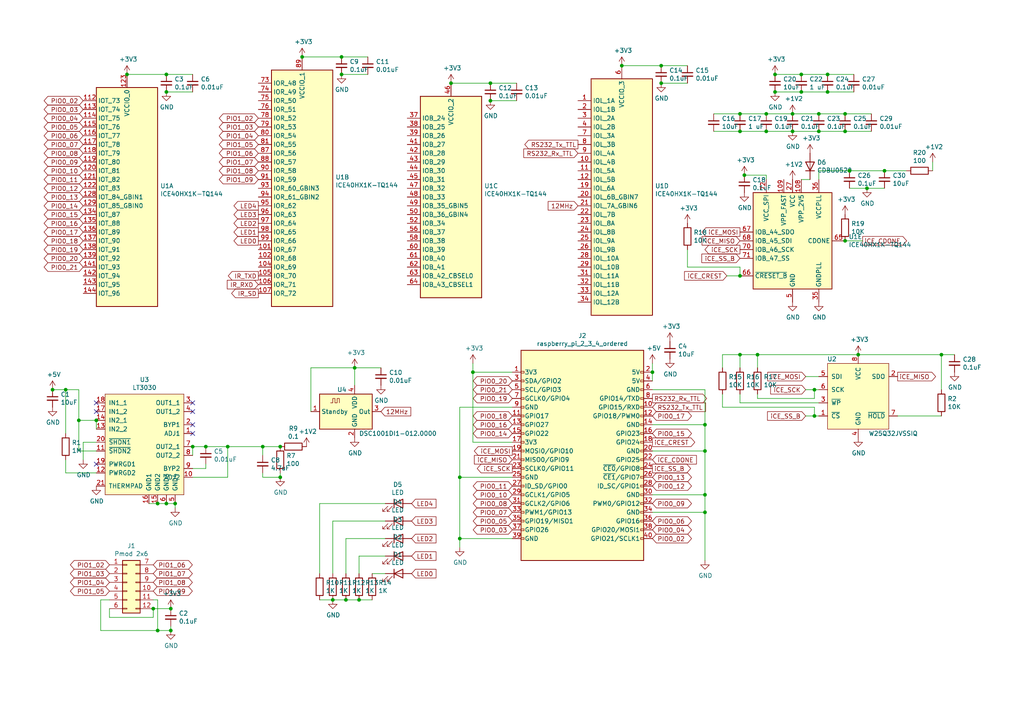
<source format=kicad_sch>
(kicad_sch (version 20211123) (generator eeschema)
  (paper "A4")
  (title_block (title "ice4pi-2.1"))
  (junction (at 189.23 107.95))
  (junction (at 237.49 33.02))
  (junction (at 99.06 21.59))
  (junction (at 251.46 54.61))
  (junction (at 142.24 29.21))
  (junction (at 96.52 173.99))
  (junction (at 133.35 156.21))
  (junction (at 48.26 26.67))
  (junction (at 44.45 176.53))
  (junction (at 36.83 21.59))
  (junction (at 214.63 38.1))
  (junction (at 191.77 24.13))
  (junction (at 130.81 24.13))
  (junction (at 48.26 21.59))
  (junction (at 100.33 173.99))
  (junction (at 248.92 102.87))
  (junction (at 240.03 26.67))
  (junction (at 50.8 146.05))
  (junction (at 232.41 26.67))
  (junction (at 222.25 33.02))
  (junction (at 215.9 50.8))
  (junction (at 133.35 138.43))
  (junction (at 214.63 33.02))
  (junction (at 214.63 102.87))
  (junction (at 245.11 33.02))
  (junction (at 219.71 102.87))
  (junction (at 222.25 38.1))
  (junction (at 236.22 113.03))
  (junction (at 49.53 176.53))
  (junction (at 245.11 38.1))
  (junction (at 204.47 123.19))
  (junction (at 19.05 113.03))
  (junction (at 214.63 80.01))
  (junction (at 245.11 69.85))
  (junction (at 229.87 38.1))
  (junction (at 49.53 182.88))
  (junction (at 229.87 33.02))
  (junction (at 232.41 21.59))
  (junction (at 27.94 121.92))
  (junction (at 273.05 102.87))
  (junction (at 59.69 129.54))
  (junction (at 102.87 106.68))
  (junction (at 48.26 146.05))
  (junction (at 237.49 38.1))
  (junction (at 191.77 19.05))
  (junction (at 256.54 49.53))
  (junction (at 55.88 129.54))
  (junction (at 15.24 113.03))
  (junction (at 224.79 21.59))
  (junction (at 87.63 16.51))
  (junction (at 236.22 120.65))
  (junction (at 81.28 138.43))
  (junction (at 22.86 121.92))
  (junction (at 45.72 146.05))
  (junction (at 246.38 49.53))
  (junction (at 240.03 21.59))
  (junction (at 76.2 129.54))
  (junction (at 180.34 19.05))
  (junction (at 137.16 107.95))
  (junction (at 224.79 26.67))
  (junction (at 66.04 129.54))
  (junction (at 204.47 148.59))
  (junction (at 99.06 16.51))
  (junction (at 81.28 129.54))
  (junction (at 104.14 173.99))
  (junction (at 45.72 182.88))
  (junction (at 204.47 130.81))
  (junction (at 142.24 24.13))
  (junction (at 204.47 143.51))
  (no_connect (at 27.94 116.84))
  (no_connect (at 55.88 123.19))
  (no_connect (at 55.88 119.38))
  (no_connect (at 55.88 116.84))
  (no_connect (at 27.94 134.62))
  (no_connect (at 55.88 125.73))
  (no_connect (at 27.94 119.38))
  (wire (pts (xy 90.17 106.68) (xy 90.17 119.38)))
  (wire (pts (xy 45.72 182.88) (xy 49.53 182.88)))
  (wire (pts (xy 237.49 49.53) (xy 246.38 49.53)))
  (wire (pts (xy 137.16 107.95) (xy 137.16 105.41)))
  (wire (pts (xy 99.06 21.59) (xy 106.68 21.59)))
  (wire (pts (xy 232.41 26.67) (xy 240.03 26.67)))
  (wire (pts (xy 55.88 135.89) (xy 59.69 135.89)))
  (wire (pts (xy 189.23 113.03) (xy 204.47 113.03)))
  (wire (pts (xy 273.05 113.03) (xy 273.05 102.87)))
  (wire (pts (xy 189.23 107.95) (xy 189.23 105.41)))
  (wire (pts (xy 96.52 151.13) (xy 96.52 166.37)))
  (wire (pts (xy 59.69 135.89) (xy 59.69 134.62)))
  (wire (pts (xy 19.05 125.73) (xy 19.05 113.03)))
  (wire (pts (xy 245.11 38.1) (xy 252.73 38.1)))
  (wire (pts (xy 133.35 156.21) (xy 133.35 158.75)))
  (wire (pts (xy 55.88 21.59) (xy 48.26 21.59)))
  (wire (pts (xy 111.76 151.13) (xy 96.52 151.13)))
  (wire (pts (xy 24.13 133.35) (xy 24.13 128.27)))
  (wire (pts (xy 22.86 130.81) (xy 22.86 121.92)))
  (wire (pts (xy 59.69 129.54) (xy 55.88 129.54)))
  (wire (pts (xy 107.95 173.99) (xy 104.14 173.99)))
  (wire (pts (xy 237.49 38.1) (xy 245.11 38.1)))
  (wire (pts (xy 96.52 173.99) (xy 92.71 173.99)))
  (wire (pts (xy 245.11 33.02) (xy 252.73 33.02)))
  (wire (pts (xy 76.2 138.43) (xy 76.2 137.16)))
  (wire (pts (xy 29.21 173.99) (xy 29.21 182.88)))
  (wire (pts (xy 222.25 33.02) (xy 229.87 33.02)))
  (wire (pts (xy 44.45 179.07) (xy 44.45 176.53)))
  (wire (pts (xy 199.39 72.39) (xy 199.39 77.47)))
  (wire (pts (xy 214.63 77.47) (xy 214.63 80.01)))
  (wire (pts (xy 142.24 24.13) (xy 130.81 24.13)))
  (wire (pts (xy 207.01 38.1) (xy 214.63 38.1)))
  (wire (pts (xy 219.71 102.87) (xy 248.92 102.87)))
  (wire (pts (xy 214.63 38.1) (xy 222.25 38.1)))
  (wire (pts (xy 48.26 146.05) (xy 50.8 146.05)))
  (wire (pts (xy 102.87 106.68) (xy 110.49 106.68)))
  (wire (pts (xy 149.86 24.13) (xy 142.24 24.13)))
  (wire (pts (xy 214.63 106.68) (xy 214.63 102.87)))
  (wire (pts (xy 229.87 38.1) (xy 237.49 38.1)))
  (wire (pts (xy 27.94 137.16) (xy 19.05 137.16)))
  (wire (pts (xy 219.71 115.57) (xy 219.71 114.3)))
  (wire (pts (xy 92.71 166.37) (xy 92.71 146.05)))
  (wire (pts (xy 44.45 176.53) (xy 49.53 176.53)))
  (wire (pts (xy 256.54 49.53) (xy 246.38 49.53)))
  (wire (pts (xy 273.05 102.87) (xy 248.92 102.87)))
  (wire (pts (xy 214.63 116.84) (xy 214.63 114.3)))
  (wire (pts (xy 48.26 21.59) (xy 36.83 21.59)))
  (wire (pts (xy 204.47 143.51) (xy 204.47 148.59)))
  (wire (pts (xy 236.22 120.65) (xy 236.22 118.11)))
  (wire (pts (xy 250.19 69.85) (xy 245.11 69.85)))
  (wire (pts (xy 133.35 138.43) (xy 133.35 156.21)))
  (wire (pts (xy 148.59 138.43) (xy 133.35 138.43)))
  (wire (pts (xy 31.75 179.07) (xy 44.45 179.07)))
  (wire (pts (xy 270.51 46.99) (xy 270.51 49.53)))
  (wire (pts (xy 209.55 106.68) (xy 209.55 102.87)))
  (wire (pts (xy 100.33 156.21) (xy 100.33 166.37)))
  (wire (pts (xy 189.23 107.95) (xy 189.23 110.49)))
  (wire (pts (xy 27.94 130.81) (xy 22.86 130.81)))
  (wire (pts (xy 137.16 128.27) (xy 148.59 128.27)))
  (wire (pts (xy 222.25 38.1) (xy 229.87 38.1)))
  (wire (pts (xy 219.71 106.68) (xy 219.71 102.87)))
  (wire (pts (xy 106.68 16.51) (xy 99.06 16.51)))
  (wire (pts (xy 237.49 52.07) (xy 237.49 49.53)))
  (wire (pts (xy 237.49 113.03) (xy 236.22 113.03)))
  (wire (pts (xy 27.94 124.46) (xy 27.94 121.92)))
  (wire (pts (xy 48.26 26.67) (xy 55.88 26.67)))
  (wire (pts (xy 209.55 102.87) (xy 214.63 102.87)))
  (wire (pts (xy 189.23 143.51) (xy 204.47 143.51)))
  (wire (pts (xy 107.95 166.37) (xy 111.76 166.37)))
  (wire (pts (xy 232.41 21.59) (xy 240.03 21.59)))
  (wire (pts (xy 240.03 21.59) (xy 247.65 21.59)))
  (wire (pts (xy 66.04 129.54) (xy 76.2 129.54)))
  (wire (pts (xy 45.72 173.99) (xy 44.45 173.99)))
  (wire (pts (xy 224.79 26.67) (xy 232.41 26.67)))
  (wire (pts (xy 137.16 107.95) (xy 137.16 128.27)))
  (wire (pts (xy 148.59 156.21) (xy 133.35 156.21)))
  (wire (pts (xy 76.2 132.08) (xy 76.2 129.54)))
  (wire (pts (xy 204.47 123.19) (xy 204.47 130.81)))
  (wire (pts (xy 189.23 148.59) (xy 204.47 148.59)))
  (wire (pts (xy 49.53 182.88) (xy 49.53 181.61)))
  (wire (pts (xy 29.21 182.88) (xy 45.72 182.88)))
  (wire (pts (xy 142.24 29.21) (xy 149.86 29.21)))
  (wire (pts (xy 251.46 54.61) (xy 256.54 54.61)))
  (wire (pts (xy 55.88 138.43) (xy 66.04 138.43)))
  (wire (pts (xy 100.33 173.99) (xy 96.52 173.99)))
  (wire (pts (xy 99.06 16.51) (xy 87.63 16.51)))
  (wire (pts (xy 59.69 129.54) (xy 66.04 129.54)))
  (wire (pts (xy 66.04 129.54) (xy 66.04 138.43)))
  (wire (pts (xy 260.35 120.65) (xy 273.05 120.65)))
  (wire (pts (xy 45.72 146.05) (xy 48.26 146.05)))
  (wire (pts (xy 19.05 113.03) (xy 15.24 113.03)))
  (wire (pts (xy 50.8 147.32) (xy 50.8 146.05)))
  (wire (pts (xy 189.23 130.81) (xy 204.47 130.81)))
  (wire (pts (xy 207.01 33.02) (xy 214.63 33.02)))
  (wire (pts (xy 224.79 21.59) (xy 232.41 21.59)))
  (wire (pts (xy 148.59 107.95) (xy 137.16 107.95)))
  (wire (pts (xy 236.22 118.11) (xy 209.55 118.11)))
  (wire (pts (xy 111.76 156.21) (xy 100.33 156.21)))
  (wire (pts (xy 209.55 118.11) (xy 209.55 114.3)))
  (wire (pts (xy 22.86 113.03) (xy 19.05 113.03)))
  (wire (pts (xy 191.77 24.13) (xy 199.39 24.13)))
  (wire (pts (xy 237.49 120.65) (xy 236.22 120.65)))
  (wire (pts (xy 43.18 146.05) (xy 45.72 146.05)))
  (wire (pts (xy 92.71 146.05) (xy 111.76 146.05)))
  (wire (pts (xy 214.63 33.02) (xy 222.25 33.02)))
  (wire (pts (xy 199.39 77.47) (xy 214.63 77.47)))
  (wire (pts (xy 229.87 33.02) (xy 237.49 33.02)))
  (wire (pts (xy 236.22 115.57) (xy 219.71 115.57)))
  (wire (pts (xy 237.49 33.02) (xy 245.11 33.02)))
  (wire (pts (xy 222.25 52.07) (xy 222.25 50.8)))
  (wire (pts (xy 102.87 106.68) (xy 90.17 106.68)))
  (wire (pts (xy 276.86 102.87) (xy 273.05 102.87)))
  (wire (pts (xy 55.88 132.08) (xy 55.88 129.54)))
  (wire (pts (xy 262.89 49.53) (xy 256.54 49.53)))
  (wire (pts (xy 237.49 109.22) (xy 233.68 109.22)))
  (wire (pts (xy 148.59 118.11) (xy 133.35 118.11)))
  (wire (pts (xy 19.05 137.16) (xy 19.05 133.35)))
  (wire (pts (xy 22.86 121.92) (xy 22.86 113.03)))
  (wire (pts (xy 204.47 130.81) (xy 204.47 143.51)))
  (wire (pts (xy 246.38 54.61) (xy 251.46 54.61)))
  (wire (pts (xy 81.28 138.43) (xy 76.2 138.43)))
  (wire (pts (xy 191.77 19.05) (xy 180.34 19.05)))
  (wire (pts (xy 232.41 52.07) (xy 234.95 52.07)))
  (wire (pts (xy 102.87 111.76) (xy 102.87 106.68)))
  (wire (pts (xy 199.39 19.05) (xy 191.77 19.05)))
  (wire (pts (xy 204.47 162.56) (xy 204.47 148.59)))
  (wire (pts (xy 111.76 161.29) (xy 104.14 161.29)))
  (wire (pts (xy 31.75 176.53) (xy 31.75 179.07)))
  (wire (pts (xy 189.23 123.19) (xy 204.47 123.19)))
  (wire (pts (xy 236.22 113.03) (xy 233.68 113.03)))
  (wire (pts (xy 222.25 50.8) (xy 215.9 50.8)))
  (wire (pts (xy 76.2 129.54) (xy 81.28 129.54)))
  (wire (pts (xy 214.63 102.87) (xy 219.71 102.87)))
  (wire (pts (xy 240.03 26.67) (xy 247.65 26.67)))
  (wire (pts (xy 45.72 182.88) (xy 45.72 173.99)))
  (wire (pts (xy 214.63 116.84) (xy 237.49 116.84)))
  (wire (pts (xy 236.22 120.65) (xy 233.68 120.65)))
  (wire (pts (xy 214.63 80.01) (xy 210.82 80.01)))
  (wire (pts (xy 204.47 113.03) (xy 204.47 123.19)))
  (wire (pts (xy 236.22 113.03) (xy 236.22 115.57)))
  (wire (pts (xy 104.14 173.99) (xy 100.33 173.99)))
  (wire (pts (xy 81.28 137.16) (xy 81.28 138.43)))
  (wire (pts (xy 133.35 118.11) (xy 133.35 138.43)))
  (wire (pts (xy 31.75 173.99) (xy 29.21 173.99)))
  (wire (pts (xy 104.14 161.29) (xy 104.14 166.37)))
  (wire (pts (xy 24.13 128.27) (xy 27.94 128.27)))
  (wire (pts (xy 22.86 121.92) (xy 27.94 121.92)))
  (global_label "PIO0_07" (shape bidirectional) (at 24.13 41.91 180) (property "Intersheet References" "${INTERSHEET_REFS}" (effects hide)))
  (global_label "PIO1_03" (shape bidirectional) (at 74.93 36.83 180) (property "Intersheet References" "${INTERSHEET_REFS}" (effects hide)))
  (global_label "iCE_MOSI" (shape output) (at 148.59 130.81 180) (property "Intersheet References" "${INTERSHEET_REFS}" (effects hide)))
  (global_label "PIO1_08" (shape bidirectional) (at 74.93 49.53 180) (property "Intersheet References" "${INTERSHEET_REFS}" (effects hide)))
  (global_label "LED3" (shape input) (at 119.38 151.13 0) (property "Intersheet References" "${INTERSHEET_REFS}" (effects hide)))
  (global_label "iCE_CREST" (shape output) (at 189.23 128.27 0) (property "Intersheet References" "${INTERSHEET_REFS}" (effects hide)))
  (global_label "PIO0_18" (shape bidirectional) (at 24.13 69.85 180) (property "Intersheet References" "${INTERSHEET_REFS}" (effects hide)))
  (global_label "PIO0_18" (shape bidirectional) (at 148.59 120.65 180) (property "Intersheet References" "${INTERSHEET_REFS}" (effects hide)))
  (global_label "PIO0_15" (shape bidirectional) (at 189.23 125.73 0) (property "Intersheet References" "${INTERSHEET_REFS}" (effects hide)))
  (global_label "PIO0_17" (shape bidirectional) (at 189.23 120.65 0) (property "Intersheet References" "${INTERSHEET_REFS}" (effects hide)))
  (global_label "LED1" (shape input) (at 119.38 161.29 0) (property "Intersheet References" "${INTERSHEET_REFS}" (effects hide)))
  (global_label "PIO0_05" (shape bidirectional) (at 24.13 36.83 180) (property "Intersheet References" "${INTERSHEET_REFS}" (effects hide)))
  (global_label "PIO0_20" (shape bidirectional) (at 148.59 110.49 180) (property "Intersheet References" "${INTERSHEET_REFS}" (effects hide)))
  (global_label "LED0" (shape output) (at 74.93 69.85 180) (property "Intersheet References" "${INTERSHEET_REFS}" (effects hide)))
  (global_label "PIO1_06" (shape bidirectional) (at 74.93 44.45 180) (property "Intersheet References" "${INTERSHEET_REFS}" (effects hide)))
  (global_label "PIO0_11" (shape bidirectional) (at 148.59 140.97 180) (property "Intersheet References" "${INTERSHEET_REFS}" (effects hide)))
  (global_label "PIO0_08" (shape bidirectional) (at 148.59 146.05 180) (property "Intersheet References" "${INTERSHEET_REFS}" (effects hide)))
  (global_label "PIO1_09" (shape bidirectional) (at 44.45 171.45 0) (property "Intersheet References" "${INTERSHEET_REFS}" (effects hide)))
  (global_label "iCE_CDONE" (shape output) (at 250.19 69.85 0) (property "Intersheet References" "${INTERSHEET_REFS}" (effects hide)))
  (global_label "iCE_MOSI" (shape output) (at 214.63 67.31 180) (property "Intersheet References" "${INTERSHEET_REFS}" (effects hide)))
  (global_label "PIO0_02" (shape bidirectional) (at 189.23 156.21 0) (property "Intersheet References" "${INTERSHEET_REFS}" (effects hide)))
  (global_label "iCE_MISO" (shape output) (at 260.35 109.22 0) (property "Intersheet References" "${INTERSHEET_REFS}" (effects hide)))
  (global_label "iCE_MISO" (shape input) (at 214.63 69.85 180) (property "Intersheet References" "${INTERSHEET_REFS}" (effects hide)))
  (global_label "PIO1_04" (shape bidirectional) (at 74.93 39.37 180) (property "Intersheet References" "${INTERSHEET_REFS}" (effects hide)))
  (global_label "PIO0_08" (shape bidirectional) (at 24.13 44.45 180) (property "Intersheet References" "${INTERSHEET_REFS}" (effects hide)))
  (global_label "PIO0_06" (shape bidirectional) (at 24.13 39.37 180) (property "Intersheet References" "${INTERSHEET_REFS}" (effects hide)))
  (global_label "12MHz" (shape input) (at 110.49 119.38 0) (property "Intersheet References" "${INTERSHEET_REFS}" (effects hide)))
  (global_label "LED4" (shape input) (at 119.38 146.05 0) (property "Intersheet References" "${INTERSHEET_REFS}" (effects hide)))
  (global_label "LED2" (shape input) (at 119.38 156.21 0) (property "Intersheet References" "${INTERSHEET_REFS}" (effects hide)))
  (global_label "PIO0_06" (shape bidirectional) (at 189.23 151.13 0) (property "Intersheet References" "${INTERSHEET_REFS}" (effects hide)))
  (global_label "PIO0_04" (shape bidirectional) (at 189.23 153.67 0) (property "Intersheet References" "${INTERSHEET_REFS}" (effects hide)))
  (global_label "PIO0_10" (shape bidirectional) (at 148.59 143.51 180) (property "Intersheet References" "${INTERSHEET_REFS}" (effects hide)))
  (global_label "IR_RXD" (shape input) (at 74.93 82.55 180) (property "Intersheet References" "${INTERSHEET_REFS}" (effects hide)))
  (global_label "PIO0_11" (shape bidirectional) (at 24.13 52.07 180) (property "Intersheet References" "${INTERSHEET_REFS}" (effects hide)))
  (global_label "PIO0_12" (shape bidirectional) (at 189.23 140.97 0) (property "Intersheet References" "${INTERSHEET_REFS}" (effects hide)))
  (global_label "iCE_SCK" (shape output) (at 148.59 135.89 180) (property "Intersheet References" "${INTERSHEET_REFS}" (effects hide)))
  (global_label "LED2" (shape output) (at 74.93 64.77 180) (property "Intersheet References" "${INTERSHEET_REFS}" (effects hide)))
  (global_label "PIO0_20" (shape bidirectional) (at 24.13 74.93 180) (property "Intersheet References" "${INTERSHEET_REFS}" (effects hide)))
  (global_label "PIO1_07" (shape bidirectional) (at 44.45 166.37 0) (property "Intersheet References" "${INTERSHEET_REFS}" (effects hide)))
  (global_label "RS232_Rx_TTL" (shape input) (at 167.64 44.45 180) (property "Intersheet References" "${INTERSHEET_REFS}" (effects hide)))
  (global_label "PIO0_14" (shape bidirectional) (at 148.59 125.73 180) (property "Intersheet References" "${INTERSHEET_REFS}" (effects hide)))
  (global_label "PIO0_02" (shape bidirectional) (at 24.13 29.21 180) (property "Intersheet References" "${INTERSHEET_REFS}" (effects hide)))
  (global_label "PIO1_07" (shape bidirectional) (at 74.93 46.99 180) (property "Intersheet References" "${INTERSHEET_REFS}" (effects hide)))
  (global_label "iCE_SS_B" (shape input) (at 214.63 74.93 180) (property "Intersheet References" "${INTERSHEET_REFS}" (effects hide)))
  (global_label "PIO0_05" (shape bidirectional) (at 148.59 151.13 180) (property "Intersheet References" "${INTERSHEET_REFS}" (effects hide)))
  (global_label "IR_TXD" (shape output) (at 74.93 80.01 180) (property "Intersheet References" "${INTERSHEET_REFS}" (effects hide)))
  (global_label "LED1" (shape output) (at 74.93 67.31 180) (property "Intersheet References" "${INTERSHEET_REFS}" (effects hide)))
  (global_label "IR_SD" (shape output) (at 74.93 85.09 180) (property "Intersheet References" "${INTERSHEET_REFS}" (effects hide)))
  (global_label "PIO0_09" (shape bidirectional) (at 189.23 146.05 0) (property "Intersheet References" "${INTERSHEET_REFS}" (effects hide)))
  (global_label "PIO0_04" (shape bidirectional) (at 24.13 34.29 180) (property "Intersheet References" "${INTERSHEET_REFS}" (effects hide)))
  (global_label "PIO1_05" (shape bidirectional) (at 31.75 171.45 180) (property "Intersheet References" "${INTERSHEET_REFS}" (effects hide)))
  (global_label "iCE_SS_B" (shape input) (at 233.68 120.65 180) (property "Intersheet References" "${INTERSHEET_REFS}" (effects hide)))
  (global_label "PIO0_07" (shape bidirectional) (at 148.59 148.59 180) (property "Intersheet References" "${INTERSHEET_REFS}" (effects hide)))
  (global_label "PIO0_19" (shape bidirectional) (at 24.13 72.39 180) (property "Intersheet References" "${INTERSHEET_REFS}" (effects hide)))
  (global_label "PIO1_09" (shape bidirectional) (at 74.93 52.07 180) (property "Intersheet References" "${INTERSHEET_REFS}" (effects hide)))
  (global_label "PIO0_10" (shape bidirectional) (at 24.13 49.53 180) (property "Intersheet References" "${INTERSHEET_REFS}" (effects hide)))
  (global_label "PIO1_06" (shape bidirectional) (at 44.45 163.83 0) (property "Intersheet References" "${INTERSHEET_REFS}" (effects hide)))
  (global_label "LED4" (shape output) (at 74.93 59.69 180) (property "Intersheet References" "${INTERSHEET_REFS}" (effects hide)))
  (global_label "iCE_SCK" (shape output) (at 214.63 72.39 180) (property "Intersheet References" "${INTERSHEET_REFS}" (effects hide)))
  (global_label "PIO1_02" (shape bidirectional) (at 31.75 163.83 180) (property "Intersheet References" "${INTERSHEET_REFS}" (effects hide)))
  (global_label "iCE_MISO" (shape input) (at 148.59 133.35 180) (property "Intersheet References" "${INTERSHEET_REFS}" (effects hide)))
  (global_label "PIO0_15" (shape bidirectional) (at 24.13 62.23 180) (property "Intersheet References" "${INTERSHEET_REFS}" (effects hide)))
  (global_label "PIO1_03" (shape bidirectional) (at 31.75 166.37 180) (property "Intersheet References" "${INTERSHEET_REFS}" (effects hide)))
  (global_label "LED0" (shape input) (at 119.38 166.37 0) (property "Intersheet References" "${INTERSHEET_REFS}" (effects hide)))
  (global_label "iCE_CREST" (shape input) (at 210.82 80.01 180) (property "Intersheet References" "${INTERSHEET_REFS}" (effects hide)))
  (global_label "RS232_Rx_TTL" (shape output) (at 189.23 115.57 0) (property "Intersheet References" "${INTERSHEET_REFS}" (effects hide)))
  (global_label "PIO0_19" (shape bidirectional) (at 148.59 115.57 180) (property "Intersheet References" "${INTERSHEET_REFS}" (effects hide)))
  (global_label "LED3" (shape output) (at 74.93 62.23 180) (property "Intersheet References" "${INTERSHEET_REFS}" (effects hide)))
  (global_label "PIO1_05" (shape bidirectional) (at 74.93 41.91 180) (property "Intersheet References" "${INTERSHEET_REFS}" (effects hide)))
  (global_label "iCE_SCK" (shape input) (at 233.68 113.03 180) (property "Intersheet References" "${INTERSHEET_REFS}" (effects hide)))
  (global_label "PIO1_04" (shape bidirectional) (at 31.75 168.91 180) (property "Intersheet References" "${INTERSHEET_REFS}" (effects hide)))
  (global_label "RS232_Tx_TTL" (shape output) (at 167.64 41.91 180) (property "Intersheet References" "${INTERSHEET_REFS}" (effects hide)))
  (global_label "iCE_MOSI" (shape input) (at 233.68 109.22 180) (property "Intersheet References" "${INTERSHEET_REFS}" (effects hide)))
  (global_label "PIO0_17" (shape bidirectional) (at 24.13 67.31 180) (property "Intersheet References" "${INTERSHEET_REFS}" (effects hide)))
  (global_label "PIO0_14" (shape bidirectional) (at 24.13 59.69 180) (property "Intersheet References" "${INTERSHEET_REFS}" (effects hide)))
  (global_label "PIO0_03" (shape bidirectional) (at 24.13 31.75 180) (property "Intersheet References" "${INTERSHEET_REFS}" (effects hide)))
  (global_label "PIO1_08" (shape bidirectional) (at 44.45 168.91 0) (property "Intersheet References" "${INTERSHEET_REFS}" (effects hide)))
  (global_label "iCE_SS_B" (shape output) (at 189.23 135.89 0) (property "Intersheet References" "${INTERSHEET_REFS}" (effects hide)))
  (global_label "PIO0_16" (shape bidirectional) (at 24.13 64.77 180) (property "Intersheet References" "${INTERSHEET_REFS}" (effects hide)))
  (global_label "PIO0_12" (shape bidirectional) (at 24.13 54.61 180) (property "Intersheet References" "${INTERSHEET_REFS}" (effects hide)))
  (global_label "PIO0_03" (shape bidirectional) (at 148.59 153.67 180) (property "Intersheet References" "${INTERSHEET_REFS}" (effects hide)))
  (global_label "PIO1_02" (shape bidirectional) (at 74.93 34.29 180) (property "Intersheet References" "${INTERSHEET_REFS}" (effects hide)))
  (global_label "PIO0_16" (shape bidirectional) (at 148.59 123.19 180) (property "Intersheet References" "${INTERSHEET_REFS}" (effects hide)))
  (global_label "iCE_CDONE" (shape input) (at 189.23 133.35 0) (property "Intersheet References" "${INTERSHEET_REFS}" (effects hide)))
  (global_label "RS232_Tx_TTL" (shape input) (at 189.23 118.11 0) (property "Intersheet References" "${INTERSHEET_REFS}" (effects hide)))
  (global_label "PIO0_21" (shape bidirectional) (at 24.13 77.47 180) (property "Intersheet References" "${INTERSHEET_REFS}" (effects hide)))
  (global_label "PIO0_21" (shape bidirectional) (at 148.59 113.03 180) (property "Intersheet References" "${INTERSHEET_REFS}" (effects hide)))
  (global_label "PIO0_13" (shape bidirectional) (at 189.23 138.43 0) (property "Intersheet References" "${INTERSHEET_REFS}" (effects hide)))
  (global_label "PIO0_09" (shape bidirectional) (at 24.13 46.99 180) (property "Intersheet References" "${INTERSHEET_REFS}" (effects hide)))
  (global_label "12MHz" (shape input) (at 167.64 59.69 180) (property "Intersheet References" "${INTERSHEET_REFS}" (effects hide)))
  (global_label "PIO0_13" (shape bidirectional) (at 24.13 57.15 180) (property "Intersheet References" "${INTERSHEET_REFS}" (effects hide)))
  (symbol (lib_id "FPGA_Lattice:ICE40HX1K-TQ144") (at 36.83 57.15 0) (unit 1)
    (property "Reference" "U1" (at 46.482 53.9242 0) (effects (justify left)))
    (property "Value" "ICE40HX1K-TQ144" (at 46.482 56.2356 0) (effects (justify left)))
    (property "Footprint" "Package_QFP:TQFP-144_20x20mm_P0.5mm" (effects hide))
    (property "Datasheet" "http://www.latticesemi.com/Products/FPGAandCPLD/iCE40" (effects hide))
  )
  (symbol (lib_id "FPGA_Lattice:ICE40HX1K-TQ144") (at 87.63 54.61 0) (unit 2)
    (property "Reference" "U1" (at 97.282 51.3842 0) (effects (justify left)))
    (property "Value" "ICE40HX1K-TQ144" (at 97.282 53.6956 0) (effects (justify left)))
    (property "Footprint" "Package_QFP:TQFP-144_20x20mm_P0.5mm" (effects hide))
    (property "Datasheet" "http://www.latticesemi.com/Products/FPGAandCPLD/iCE40" (effects hide))
  )
  (symbol (lib_id "FPGA_Lattice:ICE40HX1K-TQ144") (at 130.81 57.15 0) (unit 3)
    (property "Reference" "U1" (at 140.462 53.9242 0) (effects (justify left)))
    (property "Value" "ICE40HX1K-TQ144" (at 140.462 56.2356 0) (effects (justify left)))
    (property "Footprint" "Package_QFP:TQFP-144_20x20mm_P0.5mm" (effects hide))
    (property "Datasheet" "http://www.latticesemi.com/Products/FPGAandCPLD/iCE40" (effects hide))
  )
  (symbol (lib_id "FPGA_Lattice:ICE40HX1K-TQ144") (at 180.34 57.15 0) (unit 4)
    (property "Reference" "U1" (at 189.992 53.9242 0) (effects (justify left)))
    (property "Value" "ICE40HX1K-TQ144" (at 189.992 56.2356 0) (effects (justify left)))
    (property "Footprint" "Package_QFP:TQFP-144_20x20mm_P0.5mm" (effects hide))
    (property "Datasheet" "http://www.latticesemi.com/Products/FPGAandCPLD/iCE40" (effects hide))
    (property "PN" "ICE40HX1K-TQ144" (effects hide))
  )
  (symbol (lib_id "FPGA_Lattice:ICE40HX1K-TQ144") (at 229.87 69.85 0) (unit 5)
    (property "Reference" "U1" (at 246.1514 68.6816 0) (effects (justify left)))
    (property "Value" "ICE40HX1K-TQ144" (at 246.1514 70.993 0) (effects (justify left)))
    (property "Footprint" "Package_QFP:TQFP-144_20x20mm_P0.5mm" (effects hide))
    (property "Datasheet" "http://www.latticesemi.com/Products/FPGAandCPLD/iCE40" (effects hide))
  )
  (symbol (lib_id "power:GND") (at 229.87 87.63 0) (unit 1)
    (property "Reference" "#PWR0101" (effects hide))
    (property "Value" "GND" (at 229.997 92.0242 0))
  )
  (symbol (lib_id "ice4pi:N25Q032A13ESC40F") (at 248.92 115.57 0) (unit 1)
    (property "Reference" "U2" (at 241.3 104.14 0))
    (property "Value" "W25Q32JVSSIQ" (at 259.08 125.73 0))
    (property "Footprint" "Package_SO:SOIC-8_3.9x4.9mm_P1.27mm" (effects hide))
    (property "PN" "W25Q32JVSNIQ" (effects hide))
  )
  (symbol (lib_id "power:GND") (at 248.92 127 0) (unit 1)
    (property "Reference" "#PWR0102" (effects hide))
    (property "Value" "GND" (at 249.047 131.3942 0))
  )
  (symbol (lib_id "power:+3.3V") (at 248.92 102.87 0) (unit 1)
    (property "Reference" "#PWR0103" (effects hide))
    (property "Value" "+3.3V" (at 249.301 98.4758 0))
  )
  (symbol (lib_id "Device:R") (at 273.05 116.84 0) (unit 1)
    (property "Reference" "R2" (at 274.828 115.6716 0) (effects (justify left)))
    (property "Value" "10K" (at 274.828 117.983 0) (effects (justify left)))
    (property "Footprint" "Resistor_SMD:R_0402_1005Metric" (effects hide))
    (property "PN" "ERJ-2GEJ103X" (effects hide))
  )
  (symbol (lib_id "Oscillator:ASDMB-xxxMHz") (at 100.33 119.38 0) (unit 1)
    (property "Reference" "U4" (at 97.79 113.03 0) (effects (justify left)))
    (property "Value" "DSC1001DI1-012.0000" (at 104.14 125.73 0) (effects (justify left)))
    (property "Footprint" "Oscillator:Oscillator_SMD_Abracon_ASDMB-4Pin_2.5x2.0mm" (effects hide))
    (property "Datasheet" "https://abracon.com/Oscillators/ASDMB.pdf" (effects hide))
    (property "PN" "DSC1001DI1-012.0000 " (effects hide))
  )
  (symbol (lib_id "power:GND") (at 102.87 127 0) (unit 1)
    (property "Reference" "#PWR0104" (effects hide))
    (property "Value" "GND" (at 102.997 131.3942 0))
  )
  (symbol (lib_id "power:+3.3V") (at 102.87 106.68 0) (unit 1)
    (property "Reference" "#PWR0105" (effects hide))
    (property "Value" "+3.3V" (at 103.251 102.2858 0))
  )
  (symbol (lib_id "Device:C_Small") (at 110.49 109.22 0) (unit 1)
    (property "Reference" "C10" (at 112.8268 108.0516 0) (effects (justify left)))
    (property "Value" "0.01uF" (at 112.8268 110.363 0) (effects (justify left)))
    (property "Footprint" "Capacitor_SMD:C_0402_1005Metric" (effects hide))
    (property "PN" "885012205012" (effects hide))
  )
  (symbol (lib_id "power:GND") (at 110.49 111.76 0) (unit 1)
    (property "Reference" "#PWR0106" (effects hide))
    (property "Value" "GND" (at 110.617 116.1542 0))
  )
  (symbol (lib_id "power:GND") (at 237.49 87.63 0) (unit 1)
    (property "Reference" "#PWR0107" (effects hide))
    (property "Value" "GND" (at 237.617 92.0242 0))
  )
  (symbol (lib_id "Device:C_Small") (at 246.38 52.07 0) (unit 1)
    (property "Reference" "C26" (at 248.7168 50.9016 0) (effects (justify left)))
    (property "Value" "0.1uF" (at 248.7168 53.213 0) (effects (justify left)))
    (property "Footprint" "Capacitor_SMD:C_0402_1005Metric" (effects hide))
    (property "PN" "885012205037" (effects hide))
  )
  (symbol (lib_id "Device:C_Small") (at 256.54 52.07 0) (unit 1)
    (property "Reference" "C30" (at 258.8768 50.9016 0) (effects (justify left)))
    (property "Value" "10uF" (at 258.8768 53.213 0) (effects (justify left)))
    (property "Footprint" "Capacitor_SMD:C_0402_1005Metric" (effects hide))
    (property "PN" "ZRB15XR61A106ME01D" (effects hide))
  )
  (symbol (lib_id "Device:R") (at 266.7 49.53 270) (unit 1)
    (property "Reference" "R20" (at 266.7 44.2722 90))
    (property "Value" "100" (at 266.7 46.5836 90))
    (property "Footprint" "Resistor_SMD:R_0402_1005Metric" (effects hide))
    (property "PN" "ERJ-2GEJ101X" (effects hide))
  )
  (symbol (lib_id "power:+1V2") (at 270.51 46.99 0) (unit 1)
    (property "Reference" "#PWR0108" (effects hide))
    (property "Value" "+1V2" (at 270.891 42.5958 0))
  )
  (symbol (lib_id "power:GND") (at 251.46 54.61 0) (unit 1)
    (property "Reference" "#PWR0109" (effects hide))
    (property "Value" "GND" (at 251.587 59.0042 0))
  )
  (symbol (lib_id "power:+3.3V") (at 215.9 50.8 0) (unit 1)
    (property "Reference" "#PWR0110" (effects hide))
    (property "Value" "+3.3V" (at 216.281 46.4058 0))
    (property "Footprint" "LED_SMD:LED_0402_1005Metric" (effects hide))
    (property "PN" "SML-LX0603GW-TR" (effects hide))
  )
  (symbol (lib_id "Device:C_Small") (at 215.9 53.34 0) (unit 1)
    (property "Reference" "C18" (at 218.2368 52.1716 0) (effects (justify left)))
    (property "Value" "0.1uF" (at 218.2368 54.483 0) (effects (justify left)))
    (property "Footprint" "Capacitor_SMD:C_0402_1005Metric" (effects hide))
    (property "PN" "885012205037" (effects hide))
  )
  (symbol (lib_id "power:GND") (at 215.9 55.88 0) (unit 1)
    (property "Reference" "#PWR0111" (effects hide))
    (property "Value" "GND" (at 216.027 60.2742 0))
  )
  (symbol (lib_id "Device:R") (at 214.63 110.49 0) (unit 1)
    (property "Reference" "R16" (at 216.408 109.3216 0) (effects (justify left)))
    (property "Value" "10K" (at 216.408 111.633 0) (effects (justify left)))
    (property "Footprint" "Resistor_SMD:R_0402_1005Metric" (effects hide))
    (property "PN" "ERJ-2GEJ103X" (effects hide))
  )
  (symbol (lib_id "Device:R") (at 219.71 110.49 0) (unit 1)
    (property "Reference" "R17" (at 221.488 109.3216 0) (effects (justify left)))
    (property "Value" "10K" (at 221.488 111.633 0) (effects (justify left)))
    (property "Footprint" "Resistor_SMD:R_0402_1005Metric" (effects hide))
    (property "PN" "ERJ-2GEJ103X" (effects hide))
  )
  (symbol (lib_id "Device:R") (at 209.55 110.49 0) (unit 1)
    (property "Reference" "R15" (at 211.328 109.3216 0) (effects (justify left)))
    (property "Value" "10K" (at 211.328 111.633 0) (effects (justify left)))
    (property "Footprint" "Resistor_SMD:R_0402_1005Metric" (effects hide))
    (property "PN" "ERJ-2GEJ103X" (effects hide))
  )
  (symbol (lib_id "Device:C_Small") (at 276.86 105.41 0) (unit 1)
    (property "Reference" "C28" (at 279.1968 104.2416 0) (effects (justify left)))
    (property "Value" "0.1uF" (at 279.1968 106.553 0) (effects (justify left)))
    (property "Footprint" "Capacitor_SMD:C_0402_1005Metric" (effects hide))
    (property "PN" "885012205037" (effects hide))
  )
  (symbol (lib_id "power:GND") (at 276.86 107.95 0) (unit 1)
    (property "Reference" "#PWR0112" (effects hide))
    (property "Value" "GND" (at 276.987 112.3442 0))
  )
  (symbol (lib_id "power:+1V2") (at 229.87 33.02 0) (unit 1)
    (property "Reference" "#PWR0113" (effects hide))
    (property "Value" "+1V2" (at 230.251 28.6258 0))
  )
  (symbol (lib_id "Device:C_Small") (at 222.25 35.56 0) (unit 1)
    (property "Reference" "C19" (at 224.5868 34.3916 0) (effects (justify left)))
    (property "Value" "0.1uF" (at 224.5868 36.703 0) (effects (justify left)))
    (property "Footprint" "Capacitor_SMD:C_0402_1005Metric" (effects hide))
    (property "PN" "885012205037" (effects hide))
  )
  (symbol (lib_id "Device:C_Small") (at 229.87 35.56 0) (unit 1)
    (property "Reference" "C21" (at 232.2068 34.3916 0) (effects (justify left)))
    (property "Value" "0.1uF" (at 232.2068 36.703 0) (effects (justify left)))
    (property "Footprint" "Capacitor_SMD:C_0402_1005Metric" (effects hide))
    (property "PN" "885012205037" (effects hide))
  )
  (symbol (lib_id "Device:C_Small") (at 237.49 35.56 0) (unit 1)
    (property "Reference" "C23" (at 239.8268 34.3916 0) (effects (justify left)))
    (property "Value" "0.1uF" (at 239.8268 36.703 0) (effects (justify left)))
    (property "Footprint" "Capacitor_SMD:C_0402_1005Metric" (effects hide))
    (property "PN" "885012205037" (effects hide))
  )
  (symbol (lib_id "Device:C_Small") (at 245.11 35.56 0) (unit 1)
    (property "Reference" "C25" (at 247.4468 34.3916 0) (effects (justify left)))
    (property "Value" "0.1uF" (at 247.4468 36.703 0) (effects (justify left)))
    (property "Footprint" "Capacitor_SMD:C_0402_1005Metric" (effects hide))
    (property "PN" "885012205037" (effects hide))
  )
  (symbol (lib_id "Device:C_Small") (at 252.73 35.56 0) (unit 1)
    (property "Reference" "C29" (at 255.0668 34.3916 0) (effects (justify left)))
    (property "Value" "0.01uF" (at 255.0668 36.703 0) (effects (justify left)))
    (property "Footprint" "Capacitor_SMD:C_0402_1005Metric" (effects hide))
    (property "PN" "885012205012" (effects hide))
  )
  (symbol (lib_id "Device:C_Small") (at 214.63 35.56 0) (unit 1)
    (property "Reference" "C17" (at 216.9668 34.3916 0) (effects (justify left)))
    (property "Value" "1 uF" (at 216.9668 36.703 0) (effects (justify left)))
    (property "Footprint" "Capacitor_SMD:C_0402_1005Metric" (effects hide))
    (property "PN" "885012105012" (effects hide))
  )
  (symbol (lib_id "Device:C_Small") (at 207.01 35.56 0) (unit 1)
    (property "Reference" "C16" (at 209.3468 34.3916 0) (effects (justify left)))
    (property "Value" "10uF" (at 209.3468 36.703 0) (effects (justify left)))
    (property "Footprint" "Capacitor_SMD:C_0402_1005Metric" (effects hide))
    (property "PN" "ZRB15XR61A106ME01D" (effects hide))
  )
  (symbol (lib_id "power:GND") (at 229.87 38.1 0) (unit 1)
    (property "Reference" "#PWR0114" (effects hide))
    (property "Value" "GND" (at 229.997 42.4942 0))
  )
  (symbol (lib_id "power:+1V2") (at 229.87 52.07 0) (unit 1)
    (property "Reference" "#PWR0115" (effects hide))
    (property "Value" "+1V2" (at 230.251 47.6758 0))
  )
  (symbol (lib_id "Device:C_Small") (at 224.79 24.13 0) (unit 1)
    (property "Reference" "C20" (at 227.1268 22.9616 0) (effects (justify left)))
    (property "Value" "10uF" (at 227.1268 25.273 0) (effects (justify left)))
    (property "Footprint" "Capacitor_SMD:C_0402_1005Metric" (effects hide))
    (property "PN" "ZRB15XR61A106ME01D" (effects hide))
  )
  (symbol (lib_id "Device:C_Small") (at 232.41 24.13 0) (unit 1)
    (property "Reference" "C22" (at 234.7468 22.9616 0) (effects (justify left)))
    (property "Value" "1 uF" (at 234.7468 25.273 0) (effects (justify left)))
    (property "Footprint" "Capacitor_SMD:C_0402_1005Metric" (effects hide))
    (property "PN" "885012105012" (effects hide))
  )
  (symbol (lib_id "Device:C_Small") (at 240.03 24.13 0) (unit 1)
    (property "Reference" "C24" (at 242.3668 22.9616 0) (effects (justify left)))
    (property "Value" "0.1uF" (at 242.3668 25.273 0) (effects (justify left)))
    (property "Footprint" "Capacitor_SMD:C_0402_1005Metric" (effects hide))
    (property "PN" "885012205037" (effects hide))
  )
  (symbol (lib_id "Device:C_Small") (at 247.65 24.13 0) (unit 1)
    (property "Reference" "C27" (at 249.9868 22.9616 0) (effects (justify left)))
    (property "Value" "0.01uF" (at 249.9868 25.273 0) (effects (justify left)))
    (property "Footprint" "Capacitor_SMD:C_0402_1005Metric" (effects hide))
    (property "PN" "885012205012" (effects hide))
  )
  (symbol (lib_id "power:GND") (at 224.79 26.67 0) (unit 1)
    (property "Reference" "#PWR0116" (effects hide))
    (property "Value" "GND" (at 224.917 31.0642 0))
  )
  (symbol (lib_id "power:+3.3V") (at 224.79 21.59 0) (unit 1)
    (property "Reference" "#PWR0117" (effects hide))
    (property "Value" "+3.3V" (at 225.171 17.1958 0))
  )
  (symbol (lib_id "power:+3.3V") (at 36.83 21.59 0) (unit 1)
    (property "Reference" "#PWR0118" (effects hide))
    (property "Value" "+3.3V" (at 37.211 17.1958 0))
  )
  (symbol (lib_id "Device:C_Small") (at 48.26 24.13 0) (unit 1)
    (property "Reference" "C3" (at 50.5968 22.9616 0) (effects (justify left)))
    (property "Value" "0.1uF" (at 50.5968 25.273 0) (effects (justify left)))
    (property "Footprint" "Capacitor_SMD:C_0402_1005Metric" (effects hide))
    (property "PN" "885012205037" (effects hide))
  )
  (symbol (lib_id "Device:C_Small") (at 55.88 24.13 0) (unit 1)
    (property "Reference" "C6" (at 58.2168 22.9616 0) (effects (justify left)))
    (property "Value" "0.01uF" (at 58.2168 25.273 0) (effects (justify left)))
    (property "Footprint" "Capacitor_SMD:C_0402_1005Metric" (effects hide))
    (property "PN" "885012205012" (effects hide))
  )
  (symbol (lib_id "ice4pi:LT3030") (at 41.91 128.27 0) (unit 1)
    (property "Reference" "U3" (at 41.91 110.109 0))
    (property "Value" "LT3030" (at 41.91 112.4204 0))
    (property "Footprint" "ice4pi:TSSOP-20_4.4x6.5mm_P0.65mm" (effects hide))
    (property "PN" "LT3030EFE#PBF" (effects hide))
  )
  (symbol (lib_id "power:+5V") (at 15.24 113.03 0) (unit 1)
    (property "Reference" "#PWR0129" (effects hide))
    (property "Value" "+5V" (at 15.621 108.6358 0))
  )
  (symbol (lib_id "Device:C_Small") (at 15.24 115.57 0) (unit 1)
    (property "Reference" "C1" (at 17.5768 114.4016 0) (effects (justify left)))
    (property "Value" "10uF" (at 17.5768 116.713 0) (effects (justify left)))
    (property "Footprint" "Capacitor_SMD:C_0402_1005Metric" (effects hide))
    (property "PN" "ZRB15XR61A106ME01D" (effects hide))
  )
  (symbol (lib_id "power:GND") (at 15.24 118.11 0) (unit 1)
    (property "Reference" "#PWR0130" (effects hide))
    (property "Value" "GND" (at 15.367 122.5042 0))
  )
  (symbol (lib_id "Device:R") (at 19.05 129.54 0) (unit 1)
    (property "Reference" "R1" (at 20.828 128.3716 0) (effects (justify left)))
    (property "Value" "1M" (at 20.828 130.683 0) (effects (justify left)))
    (property "Footprint" "Resistor_SMD:R_0402_1005Metric" (effects hide))
    (property "PN" "ERJ-2GEJ105X" (effects hide))
  )
  (symbol (lib_id "power:GND") (at 48.26 26.67 0) (unit 1)
    (property "Reference" "#PWR0119" (effects hide))
    (property "Value" "GND" (at 48.387 31.0642 0))
  )
  (symbol (lib_id "Device:C_Small") (at 99.06 19.05 0) (unit 1)
    (property "Reference" "C9" (at 101.3968 17.8816 0) (effects (justify left)))
    (property "Value" "0.1uF" (at 101.3968 20.193 0) (effects (justify left)))
    (property "Footprint" "Capacitor_SMD:C_0402_1005Metric" (effects hide))
    (property "PN" "885012205037" (effects hide))
  )
  (symbol (lib_id "Device:C_Small") (at 106.68 19.05 0) (unit 1)
    (property "Reference" "C11" (at 109.0168 17.8816 0) (effects (justify left)))
    (property "Value" "0.01uF" (at 109.0168 20.193 0) (effects (justify left)))
    (property "Footprint" "Capacitor_SMD:C_0402_1005Metric" (effects hide))
    (property "PN" "885012205012" (effects hide))
  )
  (symbol (lib_id "power:GND") (at 99.06 21.59 0) (unit 1)
    (property "Reference" "#PWR0120" (effects hide))
    (property "Value" "GND" (at 99.187 25.9842 0))
  )
  (symbol (lib_id "Device:C_Small") (at 142.24 26.67 0) (unit 1)
    (property "Reference" "C12" (at 144.5768 25.5016 0) (effects (justify left)))
    (property "Value" "0.1uF" (at 144.5768 27.813 0) (effects (justify left)))
    (property "Footprint" "Capacitor_SMD:C_0402_1005Metric" (effects hide))
    (property "PN" "885012205037" (effects hide))
  )
  (symbol (lib_id "Device:C_Small") (at 149.86 26.67 0) (unit 1)
    (property "Reference" "C13" (at 152.1968 25.5016 0) (effects (justify left)))
    (property "Value" "0.01uF" (at 152.1968 27.813 0) (effects (justify left)))
    (property "Footprint" "Capacitor_SMD:C_0402_1005Metric" (effects hide))
    (property "PN" "885012205012" (effects hide))
  )
  (symbol (lib_id "power:GND") (at 142.24 29.21 0) (unit 1)
    (property "Reference" "#PWR0121" (effects hide))
    (property "Value" "GND" (at 142.367 33.6042 0))
  )
  (symbol (lib_id "power:GND") (at 50.8 147.32 0) (unit 1)
    (property "Reference" "#PWR0131" (effects hide))
    (property "Value" "GND" (at 50.927 151.7142 0))
  )
  (symbol (lib_id "Device:C_Small") (at 191.77 21.59 0) (unit 1)
    (property "Reference" "C14" (at 194.1068 20.4216 0) (effects (justify left)))
    (property "Value" "0.1uF" (at 194.1068 22.733 0) (effects (justify left)))
    (property "Footprint" "Capacitor_SMD:C_0402_1005Metric" (effects hide))
    (property "PN" "885012205037" (effects hide))
  )
  (symbol (lib_id "Device:C_Small") (at 199.39 21.59 0) (unit 1)
    (property "Reference" "C15" (at 201.7268 20.4216 0) (effects (justify left)))
    (property "Value" "0.01uF" (at 201.7268 22.733 0) (effects (justify left)))
    (property "Footprint" "Capacitor_SMD:C_0402_1005Metric" (effects hide))
    (property "PN" "885012205012" (effects hide))
  )
  (symbol (lib_id "power:GND") (at 191.77 24.13 0) (unit 1)
    (property "Reference" "#PWR0122" (effects hide))
    (property "Value" "GND" (at 191.897 28.5242 0))
  )
  (symbol (lib_id "power:+3.3V") (at 180.34 19.05 0) (unit 1)
    (property "Reference" "#PWR0123" (effects hide))
    (property "Value" "+3.3V" (at 180.721 14.6558 0))
  )
  (symbol (lib_id "power:+3.3V") (at 130.81 24.13 0) (unit 1)
    (property "Reference" "#PWR0124" (effects hide))
    (property "Value" "+3.3V" (at 131.191 19.7358 0))
  )
  (symbol (lib_id "power:+3.3V") (at 87.63 16.51 0) (unit 1)
    (property "Reference" "#PWR0125" (effects hide))
    (property "Value" "+3.3V" (at 88.011 12.1158 0))
  )
  (symbol (lib_id "power:GND") (at 27.94 140.97 0) (unit 1)
    (property "Reference" "#PWR0132" (effects hide))
    (property "Value" "GND" (at 28.067 145.3642 0))
  )
  (symbol (lib_id "Device:R") (at 245.11 66.04 0) (unit 1)
    (property "Reference" "R19" (at 246.888 64.8716 0) (effects (justify left)))
    (property "Value" "10K" (at 246.888 67.183 0) (effects (justify left)))
    (property "Footprint" "Resistor_SMD:R_0402_1005Metric" (effects hide))
    (property "PN" "ERJ-2GEJ103X" (effects hide))
  )
  (symbol (lib_id "power:+3.3V") (at 245.11 62.23 0) (unit 1)
    (property "Reference" "#PWR0126" (effects hide))
    (property "Value" "+3.3V" (at 245.491 57.8358 0))
  )
  (symbol (lib_id "Device:LED") (at 115.57 151.13 0) (unit 1)
    (property "Reference" "D4" (at 115.3414 145.6182 0))
    (property "Value" "LED" (at 115.3414 147.9296 0))
    (property "Footprint" "LED_SMD:LED_0402_1005Metric" (effects hide))
    (property "PN" "SML-LX0603GW-TR" (effects hide))
  )
  (symbol (lib_id "Device:LED") (at 115.57 156.21 0) (unit 1)
    (property "Reference" "D3" (at 115.3414 150.6982 0))
    (property "Value" "LED" (at 115.3414 153.0096 0))
    (property "Footprint" "LED_SMD:LED_0402_1005Metric" (effects hide))
    (property "PN" "SML-LX0603GW-TR" (effects hide))
  )
  (symbol (lib_id "Device:LED") (at 115.57 161.29 0) (unit 1)
    (property "Reference" "D2" (at 115.3414 155.7782 0))
    (property "Value" "LED" (at 115.3414 158.0896 0))
    (property "Footprint" "LED_SMD:LED_0402_1005Metric" (effects hide))
    (property "PN" "SML-LX0603GW-TR" (effects hide))
  )
  (symbol (lib_id "Device:LED") (at 115.57 166.37 0) (unit 1)
    (property "Reference" "D1" (at 115.3414 160.8582 0))
    (property "Value" "LED" (at 115.3414 163.1696 0))
    (property "Footprint" "LED_SMD:LED_0402_1005Metric" (effects hide))
    (property "PN" "SML-LX0603GW-TR" (effects hide))
  )
  (symbol (lib_id "Device:R") (at 107.95 170.18 0) (unit 1)
    (property "Reference" "R14" (at 109.728 169.0116 0) (effects (justify left)))
    (property "Value" "1K" (at 109.728 171.323 0) (effects (justify left)))
    (property "Footprint" "Resistor_SMD:R_0402_1005Metric" (effects hide))
    (property "PN" "ERJ-2GEJ102X " (effects hide))
  )
  (symbol (lib_id "Device:R") (at 104.14 170.18 0) (unit 1)
    (property "Reference" "R13" (at 105.918 169.0116 0) (effects (justify left)))
    (property "Value" "1K" (at 105.918 171.323 0) (effects (justify left)))
    (property "Footprint" "Resistor_SMD:R_0402_1005Metric" (effects hide))
    (property "PN" "ERJ-2GEJ102X " (effects hide))
  )
  (symbol (lib_id "Device:R") (at 100.33 170.18 0) (unit 1)
    (property "Reference" "R12" (at 102.108 169.0116 0) (effects (justify left)))
    (property "Value" "1K" (at 102.108 171.323 0) (effects (justify left)))
    (property "Footprint" "Resistor_SMD:R_0402_1005Metric" (effects hide))
    (property "PN" "ERJ-2GEJ102X " (effects hide))
  )
  (symbol (lib_id "Device:R") (at 96.52 170.18 0) (unit 1)
    (property "Reference" "R11" (at 98.298 169.0116 0) (effects (justify left)))
    (property "Value" "1K" (at 98.298 171.323 0) (effects (justify left)))
    (property "Footprint" "Resistor_SMD:R_0402_1005Metric" (effects hide))
    (property "PN" "ERJ-2GEJ102X " (effects hide))
  )
  (symbol (lib_id "power:GND") (at 96.52 173.99 0) (unit 1)
    (property "Reference" "#PWR0127" (effects hide))
    (property "Value" "GND" (at 96.647 178.3842 0))
  )
  (symbol (lib_id "Device:LED") (at 115.57 146.05 0) (unit 1)
    (property "Reference" "D5" (at 115.3414 140.5382 0))
    (property "Value" "LED" (at 115.3414 142.8496 0))
    (property "Footprint" "LED_SMD:LED_0402_1005Metric" (effects hide))
    (property "PN" "SML-LX0603IW-TR" (effects hide))
  )
  (symbol (lib_id "Device:R") (at 92.71 170.18 0) (unit 1)
    (property "Reference" "R10" (at 94.488 169.0116 0) (effects (justify left)))
    (property "Value" "1K" (at 94.488 171.323 0) (effects (justify left)))
    (property "Footprint" "Resistor_SMD:R_0402_1005Metric" (effects hide))
    (property "PN" "ERJ-2GEJ102X " (effects hide))
  )
  (symbol (lib_id "Device:C_Small") (at 59.69 132.08 0) (unit 1)
    (property "Reference" "C5" (at 62.0268 130.9116 0) (effects (justify left)))
    (property "Value" "0.01uF" (at 62.0268 133.223 0) (effects (justify left)))
    (property "Footprint" "Capacitor_SMD:C_0402_1005Metric" (effects hide))
    (property "PN" "885012205012" (effects hide))
  )
  (symbol (lib_id "Device:R") (at 199.39 68.58 0) (unit 1)
    (property "Reference" "R18" (at 201.168 67.4116 0) (effects (justify left)))
    (property "Value" "10K" (at 201.168 69.723 0) (effects (justify left)))
    (property "Footprint" "Resistor_SMD:R_0402_1005Metric" (effects hide))
    (property "PN" "ERJ-2GEJ103X" (effects hide))
  )
  (symbol (lib_id "power:+3.3V") (at 199.39 64.77 0) (unit 1)
    (property "Reference" "#PWR0128" (effects hide))
    (property "Value" "+3.3V" (at 199.771 60.3758 0))
  )
  (symbol (lib_id "Device:C_Small") (at 76.2 134.62 0) (unit 1)
    (property "Reference" "C8" (at 78.5368 133.4516 0) (effects (justify left)))
    (property "Value" "4.7uF" (at 78.5368 135.763 0) (effects (justify left)))
    (property "Footprint" "Capacitor_SMD:C_0402_1005Metric" (effects hide))
    (property "PN" "C1005X5R0J475M050BC" (effects hide))
  )
  (symbol (lib_id "Device:R") (at 85.09 129.54 270) (unit 1)
    (property "Reference" "R9" (at 85.09 124.2822 90))
    (property "Value" "0.1" (at 85.09 126.5936 90))
    (property "Footprint" "Resistor_SMD:R_0402_1005Metric" (effects hide))
    (property "PN" "2176049-8" (effects hide))
  )
  (symbol (lib_id "Device:R") (at 81.28 133.35 0) (unit 1)
    (property "Reference" "R7" (at 83.058 132.1816 0) (effects (justify left)))
    (property "Value" "100" (at 83.058 134.493 0) (effects (justify left)))
    (property "Footprint" "Resistor_SMD:R_0402_1005Metric" (effects hide))
    (property "PN" "ERJ-2GEJ101X" (effects hide))
  )
  (symbol (lib_id "power:GND") (at 81.28 138.43 0) (unit 1)
    (property "Reference" "#PWR0135" (effects hide))
    (property "Value" "GND" (at 81.407 142.8242 0))
  )
  (symbol (lib_id "power:+1V2") (at 88.9 129.54 0) (unit 1)
    (property "Reference" "#PWR0136" (effects hide))
    (property "Value" "+1V2" (at 89.281 125.1458 0))
  )
  (symbol (lib_id "Connector_Generic:Conn_02x06_Top_Bottom") (at 36.83 168.91 0) (unit 1)
    (property "Reference" "J1" (at 38.1 158.3182 0))
    (property "Value" "Pmod 2x6" (at 38.1 160.6296 0))
    (property "Footprint" "ice4pi:PinSocket_2x06_P2.54mm_Vertical_1to6_7to12" (effects hide))
    (property "PN" "SSW-106-01-T-D" (effects hide))
  )
  (symbol (lib_id "Device:C_Small") (at 49.53 179.07 0) (unit 1)
    (property "Reference" "C2" (at 51.8668 177.9016 0) (effects (justify left)))
    (property "Value" "0.1uF" (at 51.8668 180.213 0) (effects (justify left)))
    (property "Footprint" "Capacitor_SMD:C_0402_1005Metric" (effects hide))
    (property "PN" "885012205037" (effects hide))
  )
  (symbol (lib_id "power:GND") (at 49.53 182.88 0) (unit 1)
    (property "Reference" "#PWR0138" (effects hide))
    (property "Value" "GND" (at 49.657 187.2742 0))
  )
  (symbol (lib_id "power:+3.3V") (at 49.53 176.53 0) (unit 1)
    (property "Reference" "#PWR0139" (effects hide))
    (property "Value" "+3.3V" (at 49.911 172.1358 0))
  )
  (symbol (lib_id "power:+3.3V") (at 234.95 44.45 0) (unit 1)
    (property "Reference" "#PWR0141" (effects hide))
    (property "Value" "+3.3V" (at 235.331 40.0558 0))
  )
  (symbol (lib_id "Device:D") (at 234.95 48.26 90) (unit 1)
    (property "Reference" "D6" (at 236.982 47.0916 90) (effects (justify right)))
    (property "Value" "CDBU0520" (at 236.982 49.403 90) (effects (justify right)))
    (property "Footprint" "Diode_SMD:D_0603_1608Metric" (effects hide))
    (property "PN" "CDBU0520" (effects hide))
  )
  (symbol (lib_id "power:GND") (at 24.13 133.35 0) (unit 1)
    (property "Reference" "#PWR0134" (effects hide))
    (property "Value" "GND" (at 24.257 137.7442 0))
  )
  (symbol (lib_id "Device:C_Small") (at 194.31 101.6 0) (unit 1)
    (property "Reference" "C4" (at 196.6468 100.4316 0) (effects (justify left)))
    (property "Value" "10uF" (at 196.6468 102.743 0) (effects (justify left)))
    (property "Footprint" "Capacitor_SMD:C_0402_1005Metric" (effects hide))
    (property "PN" "ZRB15XR61A106ME01D" (effects hide))
  )
  (symbol (lib_id "power:+3.3V") (at 194.31 99.06 0) (unit 1)
    (property "Reference" "#PWR0140" (effects hide))
    (property "Value" "+3.3V" (at 194.691 94.6658 0))
  )
  (symbol (lib_id "power:GND") (at 194.31 104.14 0) (unit 1)
    (property "Reference" "#PWR0144" (effects hide))
    (property "Value" "GND" (at 194.437 108.5342 0))
  )
  (symbol (lib_id "ice4pi:raspberry_pi_2_3_4_ordered") (at 168.91 132.08 0) (unit 1)
    (property "Reference" "J2" (at 168.91 97.3582 0))
    (property "Value" "raspberry_pi_2_3_4_ordered" (at 168.91 99.6696 0))
    (property "Footprint" "ice4pi:PinSocket_2x20_P2.54mm_Vertical_1_04mm" (effects hide))
    (property "Datasheet" "https://www.raspberrypi.org/documentation/hardware/raspberrypi/schematics/rpi_SCH_3bplus_1p0_reduced.pdf" (effects hide))
    (property "PN" "SSW-120-01-T-D-006" (effects hide))
  )
  (symbol (lib_id "power:+5V") (at 189.23 105.41 0) (unit 1)
    (property "Reference" "#PWR0143" (effects hide))
    (property "Value" "+5V" (at 189.611 101.0158 0))
  )
  (symbol (lib_id "power:GND") (at 204.47 162.56 0) (unit 1)
    (property "Reference" "#PWR0137" (effects hide))
    (property "Value" "GND" (at 204.597 166.9542 0))
  )
  (symbol (lib_id "power:+3.3V") (at 137.16 105.41 0) (unit 1)
    (property "Reference" "#PWR0142" (effects hide))
    (property "Value" "+3.3V" (at 137.541 101.0158 0))
  )
  (symbol (lib_id "power:GND") (at 133.35 158.75 0) (unit 1)
    (property "Reference" "#PWR0133" (effects hide))
    (property "Value" "GND" (at 133.477 163.1442 0))
  )
)
</source>
